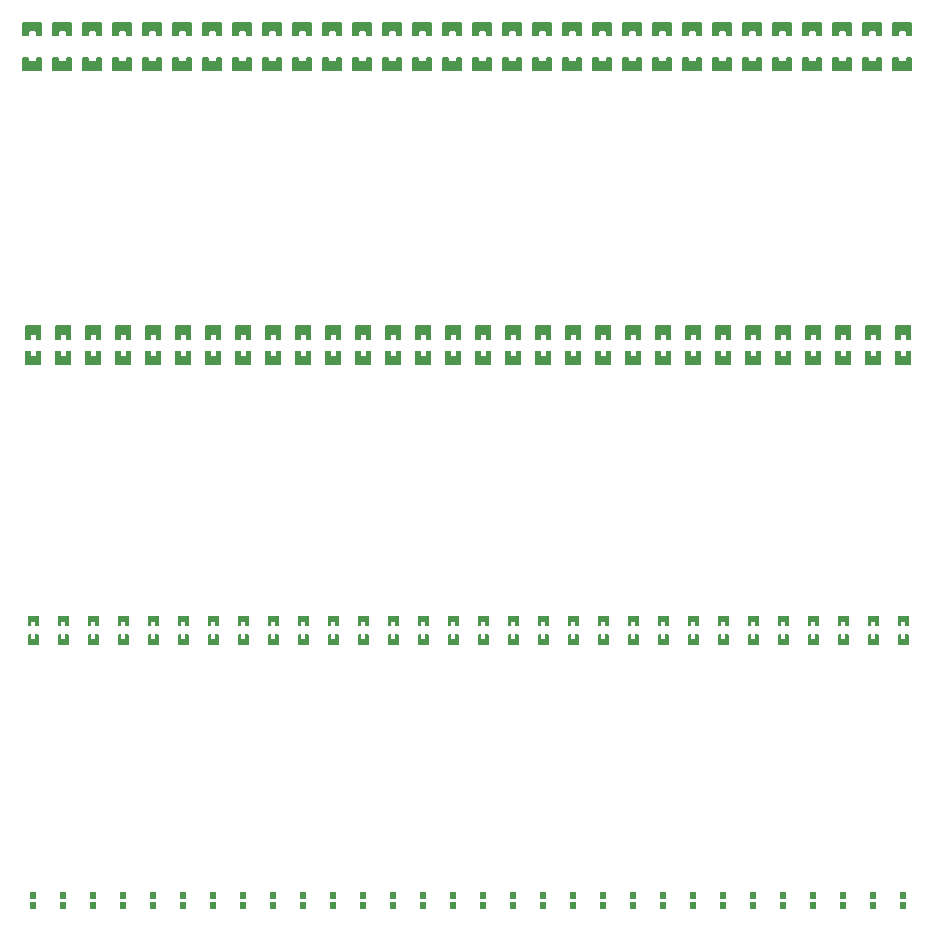
<source format=gtp>
G04 Layer: TopPasteMaskLayer*
G04 EasyEDA v6.5.22, 2023-04-04 18:07:08*
G04 a67cddfb3fce44daa9051d46cbbcc19f,10*
G04 Gerber Generator version 0.2*
G04 Scale: 100 percent, Rotated: No, Reflected: No *
G04 Dimensions in inches *
G04 leading zeros omitted , absolute positions ,3 integer and 6 decimal *
%FSLAX36Y36*%
%MOIN*%

%ADD10C,0.0001*%

%LPD*%
G36*
X527960Y2420080D02*
G01*
X525980Y2418100D01*
X525980Y2372820D01*
X527960Y2370860D01*
X544480Y2371060D01*
X544480Y2388380D01*
X562200Y2388380D01*
X562200Y2370660D01*
X578340Y2370860D01*
X580320Y2372820D01*
X580320Y2418100D01*
X578340Y2420080D01*
G37*
G36*
X527960Y2335420D02*
G01*
X525980Y2333460D01*
X525980Y2288180D01*
X527960Y2286220D01*
X578340Y2286220D01*
X580320Y2288180D01*
X580320Y2333460D01*
X578340Y2335420D01*
X562200Y2335220D01*
X562200Y2317900D01*
X544480Y2317900D01*
X544480Y2335420D01*
G37*
G36*
X627960Y2420080D02*
G01*
X625980Y2418100D01*
X625980Y2372820D01*
X627960Y2370860D01*
X644479Y2371060D01*
X644479Y2388380D01*
X662200Y2388380D01*
X662200Y2370660D01*
X678340Y2370860D01*
X680320Y2372820D01*
X680320Y2418100D01*
X678340Y2420080D01*
G37*
G36*
X627960Y2335420D02*
G01*
X625980Y2333460D01*
X625980Y2288180D01*
X627960Y2286220D01*
X678340Y2286220D01*
X680320Y2288180D01*
X680320Y2333460D01*
X678340Y2335420D01*
X662200Y2335220D01*
X662200Y2317900D01*
X644479Y2317900D01*
X644479Y2335420D01*
G37*
G36*
X727960Y2420080D02*
G01*
X725980Y2418100D01*
X725980Y2372820D01*
X727960Y2370860D01*
X744479Y2371060D01*
X744479Y2388380D01*
X762200Y2388380D01*
X762200Y2370660D01*
X778340Y2370860D01*
X780320Y2372820D01*
X780320Y2418100D01*
X778340Y2420080D01*
G37*
G36*
X727960Y2335420D02*
G01*
X725980Y2333460D01*
X725980Y2288180D01*
X727960Y2286220D01*
X778340Y2286220D01*
X780320Y2288180D01*
X780320Y2333460D01*
X778340Y2335420D01*
X762200Y2335220D01*
X762200Y2317900D01*
X744479Y2317900D01*
X744479Y2335420D01*
G37*
G36*
X827940Y2420080D02*
G01*
X825980Y2418100D01*
X825980Y2372820D01*
X827940Y2370860D01*
X844479Y2371060D01*
X844479Y2388380D01*
X862200Y2388380D01*
X862200Y2370660D01*
X878340Y2370860D01*
X880320Y2372820D01*
X880320Y2418100D01*
X878340Y2420080D01*
G37*
G36*
X827940Y2335420D02*
G01*
X825980Y2333460D01*
X825980Y2288180D01*
X827940Y2286220D01*
X878340Y2286220D01*
X880320Y2288180D01*
X880320Y2333460D01*
X878340Y2335420D01*
X862200Y2335220D01*
X862200Y2317900D01*
X844479Y2317900D01*
X844479Y2335420D01*
G37*
G36*
X927940Y2420080D02*
G01*
X925980Y2418100D01*
X925980Y2372820D01*
X927940Y2370860D01*
X944479Y2371060D01*
X944479Y2388380D01*
X962200Y2388380D01*
X962200Y2370660D01*
X978340Y2370860D01*
X980320Y2372820D01*
X980320Y2418100D01*
X978340Y2420080D01*
G37*
G36*
X927940Y2335420D02*
G01*
X925980Y2333460D01*
X925980Y2288180D01*
X927940Y2286220D01*
X978340Y2286220D01*
X980320Y2288180D01*
X980320Y2333460D01*
X978340Y2335420D01*
X962200Y2335220D01*
X962200Y2317900D01*
X944479Y2317900D01*
X944479Y2335420D01*
G37*
G36*
X1027940Y2420080D02*
G01*
X1025980Y2418100D01*
X1025980Y2372820D01*
X1027940Y2370860D01*
X1044479Y2371060D01*
X1044479Y2388380D01*
X1062200Y2388380D01*
X1062200Y2370660D01*
X1078340Y2370860D01*
X1080320Y2372820D01*
X1080320Y2418100D01*
X1078340Y2420080D01*
G37*
G36*
X1027940Y2335420D02*
G01*
X1025980Y2333460D01*
X1025980Y2288180D01*
X1027940Y2286220D01*
X1078340Y2286220D01*
X1080320Y2288180D01*
X1080320Y2333460D01*
X1078340Y2335420D01*
X1062200Y2335220D01*
X1062200Y2317900D01*
X1044479Y2317900D01*
X1044479Y2335420D01*
G37*
G36*
X1127940Y2420080D02*
G01*
X1125980Y2418100D01*
X1125980Y2372820D01*
X1127940Y2370860D01*
X1144480Y2371060D01*
X1144480Y2388380D01*
X1162200Y2388380D01*
X1162200Y2370660D01*
X1178340Y2370860D01*
X1180320Y2372820D01*
X1180320Y2418100D01*
X1178340Y2420080D01*
G37*
G36*
X1127940Y2335420D02*
G01*
X1125980Y2333460D01*
X1125980Y2288180D01*
X1127940Y2286220D01*
X1178340Y2286220D01*
X1180320Y2288180D01*
X1180320Y2333460D01*
X1178340Y2335420D01*
X1162200Y2335220D01*
X1162200Y2317900D01*
X1144480Y2317900D01*
X1144480Y2335420D01*
G37*
G36*
X1227940Y2420080D02*
G01*
X1225980Y2418100D01*
X1225980Y2372820D01*
X1227940Y2370860D01*
X1244480Y2371060D01*
X1244480Y2388380D01*
X1262200Y2388380D01*
X1262200Y2370660D01*
X1278340Y2370860D01*
X1280320Y2372820D01*
X1280320Y2418100D01*
X1278340Y2420080D01*
G37*
G36*
X1227940Y2335420D02*
G01*
X1225980Y2333460D01*
X1225980Y2288180D01*
X1227940Y2286220D01*
X1278340Y2286220D01*
X1280320Y2288180D01*
X1280320Y2333460D01*
X1278340Y2335420D01*
X1262200Y2335220D01*
X1262200Y2317900D01*
X1244480Y2317900D01*
X1244480Y2335420D01*
G37*
G36*
X1327940Y2420080D02*
G01*
X1325980Y2418100D01*
X1325980Y2372820D01*
X1327940Y2370860D01*
X1344480Y2371060D01*
X1344480Y2388380D01*
X1362200Y2388380D01*
X1362200Y2370660D01*
X1378340Y2370860D01*
X1380300Y2372820D01*
X1380300Y2418100D01*
X1378340Y2420080D01*
G37*
G36*
X1327940Y2335420D02*
G01*
X1325980Y2333460D01*
X1325980Y2288180D01*
X1327940Y2286220D01*
X1378340Y2286220D01*
X1380300Y2288180D01*
X1380300Y2333460D01*
X1378340Y2335420D01*
X1362200Y2335220D01*
X1362200Y2317900D01*
X1344480Y2317900D01*
X1344480Y2335420D01*
G37*
G36*
X1427940Y2420080D02*
G01*
X1425980Y2418100D01*
X1425980Y2372820D01*
X1427940Y2370860D01*
X1444480Y2371060D01*
X1444480Y2388380D01*
X1462200Y2388380D01*
X1462200Y2370660D01*
X1478340Y2370860D01*
X1480300Y2372820D01*
X1480300Y2418100D01*
X1478340Y2420080D01*
G37*
G36*
X1427940Y2335420D02*
G01*
X1425980Y2333460D01*
X1425980Y2288180D01*
X1427940Y2286220D01*
X1478340Y2286220D01*
X1480300Y2288180D01*
X1480300Y2333460D01*
X1478340Y2335420D01*
X1462200Y2335220D01*
X1462200Y2317900D01*
X1444480Y2317900D01*
X1444480Y2335420D01*
G37*
G36*
X1527940Y2420080D02*
G01*
X1525980Y2418100D01*
X1525980Y2372820D01*
X1527940Y2370860D01*
X1544480Y2371060D01*
X1544480Y2388380D01*
X1562200Y2388380D01*
X1562200Y2370660D01*
X1578340Y2370860D01*
X1580300Y2372820D01*
X1580300Y2418100D01*
X1578340Y2420080D01*
G37*
G36*
X1527940Y2335420D02*
G01*
X1525980Y2333460D01*
X1525980Y2288180D01*
X1527940Y2286220D01*
X1578340Y2286220D01*
X1580300Y2288180D01*
X1580300Y2333460D01*
X1578340Y2335420D01*
X1562200Y2335220D01*
X1562200Y2317900D01*
X1544480Y2317900D01*
X1544480Y2335420D01*
G37*
G36*
X1627940Y2420080D02*
G01*
X1625980Y2418100D01*
X1625980Y2372820D01*
X1627940Y2370860D01*
X1644480Y2371060D01*
X1644480Y2388380D01*
X1662200Y2388380D01*
X1662200Y2370660D01*
X1678340Y2370860D01*
X1680300Y2372820D01*
X1680300Y2418100D01*
X1678340Y2420080D01*
G37*
G36*
X1627940Y2335420D02*
G01*
X1625980Y2333460D01*
X1625980Y2288180D01*
X1627940Y2286220D01*
X1678340Y2286220D01*
X1680300Y2288180D01*
X1680300Y2333460D01*
X1678340Y2335420D01*
X1662200Y2335220D01*
X1662200Y2317900D01*
X1644480Y2317900D01*
X1644480Y2335420D01*
G37*
G36*
X1727940Y2420080D02*
G01*
X1725980Y2418100D01*
X1725980Y2372820D01*
X1727940Y2370860D01*
X1744480Y2371060D01*
X1744480Y2388380D01*
X1762200Y2388380D01*
X1762200Y2370660D01*
X1778340Y2370860D01*
X1780300Y2372820D01*
X1780300Y2418100D01*
X1778340Y2420080D01*
G37*
G36*
X1727940Y2335420D02*
G01*
X1725980Y2333460D01*
X1725980Y2288180D01*
X1727940Y2286220D01*
X1778340Y2286220D01*
X1780300Y2288180D01*
X1780300Y2333460D01*
X1778340Y2335420D01*
X1762200Y2335220D01*
X1762200Y2317900D01*
X1744480Y2317900D01*
X1744480Y2335420D01*
G37*
G36*
X1827940Y2420080D02*
G01*
X1825980Y2418100D01*
X1825980Y2372820D01*
X1827940Y2370860D01*
X1844480Y2371060D01*
X1844480Y2388380D01*
X1862200Y2388380D01*
X1862200Y2370660D01*
X1878340Y2370860D01*
X1880300Y2372820D01*
X1880300Y2418100D01*
X1878340Y2420080D01*
G37*
G36*
X1827940Y2335420D02*
G01*
X1825980Y2333460D01*
X1825980Y2288180D01*
X1827940Y2286220D01*
X1878340Y2286220D01*
X1880300Y2288180D01*
X1880300Y2333460D01*
X1878340Y2335420D01*
X1862200Y2335220D01*
X1862200Y2317900D01*
X1844480Y2317900D01*
X1844480Y2335420D01*
G37*
G36*
X1927940Y2420080D02*
G01*
X1925980Y2418100D01*
X1925980Y2372820D01*
X1927940Y2370860D01*
X1944480Y2371060D01*
X1944480Y2388380D01*
X1962200Y2388380D01*
X1962200Y2370660D01*
X1978340Y2370860D01*
X1980300Y2372820D01*
X1980300Y2418100D01*
X1978340Y2420080D01*
G37*
G36*
X1927940Y2335420D02*
G01*
X1925980Y2333460D01*
X1925980Y2288180D01*
X1927940Y2286220D01*
X1978340Y2286220D01*
X1980300Y2288180D01*
X1980300Y2333460D01*
X1978340Y2335420D01*
X1962200Y2335220D01*
X1962200Y2317900D01*
X1944480Y2317900D01*
X1944480Y2335420D01*
G37*
G36*
X2027940Y2420080D02*
G01*
X2025980Y2418100D01*
X2025980Y2372820D01*
X2027940Y2370860D01*
X2044480Y2371060D01*
X2044480Y2388380D01*
X2062200Y2388380D01*
X2062200Y2370660D01*
X2078340Y2370860D01*
X2080300Y2372820D01*
X2080300Y2418100D01*
X2078340Y2420080D01*
G37*
G36*
X2027940Y2335420D02*
G01*
X2025980Y2333460D01*
X2025980Y2288180D01*
X2027940Y2286220D01*
X2078340Y2286220D01*
X2080300Y2288180D01*
X2080300Y2333460D01*
X2078340Y2335420D01*
X2062200Y2335220D01*
X2062200Y2317900D01*
X2044480Y2317900D01*
X2044480Y2335420D01*
G37*
G36*
X2127940Y2420080D02*
G01*
X2125980Y2418100D01*
X2125980Y2372820D01*
X2127940Y2370860D01*
X2144480Y2371060D01*
X2144480Y2388380D01*
X2162200Y2388380D01*
X2162200Y2370660D01*
X2178340Y2370860D01*
X2180300Y2372820D01*
X2180300Y2418100D01*
X2178340Y2420080D01*
G37*
G36*
X2127940Y2335420D02*
G01*
X2125980Y2333460D01*
X2125980Y2288180D01*
X2127940Y2286220D01*
X2178340Y2286220D01*
X2180300Y2288180D01*
X2180300Y2333460D01*
X2178340Y2335420D01*
X2162200Y2335220D01*
X2162200Y2317900D01*
X2144480Y2317900D01*
X2144480Y2335420D01*
G37*
G36*
X2227940Y2420080D02*
G01*
X2225980Y2418100D01*
X2225980Y2372820D01*
X2227940Y2370860D01*
X2244480Y2371060D01*
X2244480Y2388380D01*
X2262200Y2388380D01*
X2262200Y2370660D01*
X2278340Y2370860D01*
X2280300Y2372820D01*
X2280300Y2418100D01*
X2278340Y2420080D01*
G37*
G36*
X2227940Y2335420D02*
G01*
X2225980Y2333460D01*
X2225980Y2288180D01*
X2227940Y2286220D01*
X2278340Y2286220D01*
X2280300Y2288180D01*
X2280300Y2333460D01*
X2278340Y2335420D01*
X2262200Y2335220D01*
X2262200Y2317900D01*
X2244480Y2317900D01*
X2244480Y2335420D01*
G37*
G36*
X2327940Y2420080D02*
G01*
X2325980Y2418100D01*
X2325980Y2372820D01*
X2327940Y2370860D01*
X2344480Y2371060D01*
X2344480Y2388380D01*
X2362200Y2388380D01*
X2362200Y2370660D01*
X2378340Y2370860D01*
X2380300Y2372820D01*
X2380300Y2418100D01*
X2378340Y2420080D01*
G37*
G36*
X2327940Y2335420D02*
G01*
X2325980Y2333460D01*
X2325980Y2288180D01*
X2327940Y2286220D01*
X2378340Y2286220D01*
X2380300Y2288180D01*
X2380300Y2333460D01*
X2378340Y2335420D01*
X2362200Y2335220D01*
X2362200Y2317900D01*
X2344480Y2317900D01*
X2344480Y2335420D01*
G37*
G36*
X2427940Y2420080D02*
G01*
X2425980Y2418100D01*
X2425980Y2372820D01*
X2427940Y2370860D01*
X2444480Y2371060D01*
X2444480Y2388380D01*
X2462200Y2388380D01*
X2462200Y2370660D01*
X2478340Y2370860D01*
X2480300Y2372820D01*
X2480300Y2418100D01*
X2478340Y2420080D01*
G37*
G36*
X2427940Y2335420D02*
G01*
X2425980Y2333460D01*
X2425980Y2288180D01*
X2427940Y2286220D01*
X2478340Y2286220D01*
X2480300Y2288180D01*
X2480300Y2333460D01*
X2478340Y2335420D01*
X2462200Y2335220D01*
X2462200Y2317900D01*
X2444480Y2317900D01*
X2444480Y2335420D01*
G37*
G36*
X2527940Y2420080D02*
G01*
X2525980Y2418100D01*
X2525980Y2372820D01*
X2527940Y2370860D01*
X2544480Y2371060D01*
X2544480Y2388380D01*
X2562200Y2388380D01*
X2562200Y2370660D01*
X2578340Y2370860D01*
X2580299Y2372820D01*
X2580299Y2418100D01*
X2578340Y2420080D01*
G37*
G36*
X2527940Y2335420D02*
G01*
X2525980Y2333460D01*
X2525980Y2288180D01*
X2527940Y2286220D01*
X2578340Y2286220D01*
X2580299Y2288180D01*
X2580299Y2333460D01*
X2578340Y2335420D01*
X2562200Y2335220D01*
X2562200Y2317900D01*
X2544480Y2317900D01*
X2544480Y2335420D01*
G37*
G36*
X2627940Y2420080D02*
G01*
X2625980Y2418100D01*
X2625980Y2372820D01*
X2627940Y2370860D01*
X2644480Y2371060D01*
X2644480Y2388380D01*
X2662200Y2388380D01*
X2662200Y2370660D01*
X2678340Y2370860D01*
X2680299Y2372820D01*
X2680299Y2418100D01*
X2678340Y2420080D01*
G37*
G36*
X2627940Y2335420D02*
G01*
X2625980Y2333460D01*
X2625980Y2288180D01*
X2627940Y2286220D01*
X2678340Y2286220D01*
X2680299Y2288180D01*
X2680299Y2333460D01*
X2678340Y2335420D01*
X2662200Y2335220D01*
X2662200Y2317900D01*
X2644480Y2317900D01*
X2644480Y2335420D01*
G37*
G36*
X2727940Y2420080D02*
G01*
X2725980Y2418100D01*
X2725980Y2372820D01*
X2727940Y2370860D01*
X2744480Y2371060D01*
X2744480Y2388380D01*
X2762200Y2388380D01*
X2762200Y2370660D01*
X2778340Y2370860D01*
X2780299Y2372820D01*
X2780299Y2418100D01*
X2778340Y2420080D01*
G37*
G36*
X2727940Y2335420D02*
G01*
X2725980Y2333460D01*
X2725980Y2288180D01*
X2727940Y2286220D01*
X2778340Y2286220D01*
X2780299Y2288180D01*
X2780299Y2333460D01*
X2778340Y2335420D01*
X2762200Y2335220D01*
X2762200Y2317900D01*
X2744480Y2317900D01*
X2744480Y2335420D01*
G37*
G36*
X2827940Y2420080D02*
G01*
X2825980Y2418100D01*
X2825980Y2372820D01*
X2827940Y2370860D01*
X2844480Y2371060D01*
X2844480Y2388380D01*
X2862200Y2388380D01*
X2862200Y2370660D01*
X2878340Y2370860D01*
X2880299Y2372820D01*
X2880299Y2418100D01*
X2878340Y2420080D01*
G37*
G36*
X2827940Y2335420D02*
G01*
X2825980Y2333460D01*
X2825980Y2288180D01*
X2827940Y2286220D01*
X2878340Y2286220D01*
X2880299Y2288180D01*
X2880299Y2333460D01*
X2878340Y2335420D01*
X2862200Y2335220D01*
X2862200Y2317900D01*
X2844480Y2317900D01*
X2844480Y2335420D01*
G37*
G36*
X2927940Y2420080D02*
G01*
X2925980Y2418100D01*
X2925980Y2372820D01*
X2927940Y2370860D01*
X2944480Y2371060D01*
X2944480Y2388380D01*
X2962200Y2388380D01*
X2962200Y2370660D01*
X2978340Y2370860D01*
X2980299Y2372820D01*
X2980299Y2418100D01*
X2978340Y2420080D01*
G37*
G36*
X2927940Y2335420D02*
G01*
X2925980Y2333460D01*
X2925980Y2288180D01*
X2927940Y2286220D01*
X2978340Y2286220D01*
X2980299Y2288180D01*
X2980299Y2333460D01*
X2978340Y2335420D01*
X2962200Y2335220D01*
X2962200Y2317900D01*
X2944480Y2317900D01*
X2944480Y2335420D01*
G37*
G36*
X3027940Y2420080D02*
G01*
X3025980Y2418100D01*
X3025980Y2372820D01*
X3027940Y2370860D01*
X3044480Y2371060D01*
X3044480Y2388380D01*
X3062200Y2388380D01*
X3062200Y2370660D01*
X3078340Y2370860D01*
X3080299Y2372820D01*
X3080299Y2418100D01*
X3078340Y2420080D01*
G37*
G36*
X3027940Y2335420D02*
G01*
X3025980Y2333460D01*
X3025980Y2288180D01*
X3027940Y2286220D01*
X3078340Y2286220D01*
X3080299Y2288180D01*
X3080299Y2333460D01*
X3078340Y2335420D01*
X3062200Y2335220D01*
X3062200Y2317900D01*
X3044480Y2317900D01*
X3044480Y2335420D01*
G37*
G36*
X3127940Y2420080D02*
G01*
X3125980Y2418100D01*
X3125980Y2372820D01*
X3127940Y2370860D01*
X3144480Y2371060D01*
X3144480Y2388380D01*
X3162200Y2388380D01*
X3162200Y2370660D01*
X3178340Y2370860D01*
X3180299Y2372820D01*
X3180299Y2418100D01*
X3178340Y2420080D01*
G37*
G36*
X3127940Y2335420D02*
G01*
X3125980Y2333460D01*
X3125980Y2288180D01*
X3127940Y2286220D01*
X3178340Y2286220D01*
X3180299Y2288180D01*
X3180299Y2333460D01*
X3178340Y2335420D01*
X3162200Y2335220D01*
X3162200Y2317900D01*
X3144480Y2317900D01*
X3144480Y2335420D01*
G37*
G36*
X3227940Y2420080D02*
G01*
X3225980Y2418100D01*
X3225980Y2372820D01*
X3227940Y2370860D01*
X3244480Y2371060D01*
X3244480Y2388380D01*
X3262200Y2388380D01*
X3262200Y2370660D01*
X3278340Y2370860D01*
X3280299Y2372820D01*
X3280299Y2418100D01*
X3278340Y2420080D01*
G37*
G36*
X3227940Y2335420D02*
G01*
X3225980Y2333460D01*
X3225980Y2288180D01*
X3227940Y2286220D01*
X3278340Y2286220D01*
X3280299Y2288180D01*
X3280299Y2333460D01*
X3278340Y2335420D01*
X3262200Y2335220D01*
X3262200Y2317900D01*
X3244480Y2317900D01*
X3244480Y2335420D01*
G37*
G36*
X3327940Y2420080D02*
G01*
X3325980Y2418100D01*
X3325980Y2372820D01*
X3327940Y2370860D01*
X3344480Y2371060D01*
X3344480Y2388380D01*
X3362200Y2388380D01*
X3362200Y2370660D01*
X3378340Y2370860D01*
X3380299Y2372820D01*
X3380299Y2418100D01*
X3378340Y2420080D01*
G37*
G36*
X3327940Y2335420D02*
G01*
X3325980Y2333460D01*
X3325980Y2288180D01*
X3327940Y2286220D01*
X3378340Y2286220D01*
X3380299Y2288180D01*
X3380299Y2333460D01*
X3378340Y2335420D01*
X3362200Y2335220D01*
X3362200Y2317900D01*
X3344480Y2317900D01*
X3344480Y2335420D01*
G37*
G36*
X3427940Y2420080D02*
G01*
X3425980Y2418100D01*
X3425980Y2372820D01*
X3427940Y2370860D01*
X3444480Y2371060D01*
X3444480Y2388380D01*
X3462200Y2388380D01*
X3462200Y2370660D01*
X3478340Y2370860D01*
X3480299Y2372820D01*
X3480299Y2418100D01*
X3478340Y2420080D01*
G37*
G36*
X3427940Y2335420D02*
G01*
X3425980Y2333460D01*
X3425980Y2288180D01*
X3427940Y2286220D01*
X3478340Y2286220D01*
X3480299Y2288180D01*
X3480299Y2333460D01*
X3478340Y2335420D01*
X3462200Y2335220D01*
X3462200Y2317900D01*
X3444480Y2317900D01*
X3444480Y2335420D01*
G37*
G36*
X537400Y1389560D02*
G01*
X535440Y1387600D01*
X535440Y1356100D01*
X537400Y1354120D01*
X568900Y1354120D01*
X570860Y1356100D01*
X570860Y1387600D01*
X568900Y1389560D01*
X559920Y1389560D01*
X559920Y1375000D01*
X546920Y1375000D01*
X546920Y1389560D01*
G37*
G36*
X537400Y1452160D02*
G01*
X535440Y1450200D01*
X535440Y1419079D01*
X537400Y1417120D01*
X546920Y1417120D01*
X546920Y1432080D01*
X559920Y1432080D01*
X559920Y1417120D01*
X568900Y1417120D01*
X570860Y1419079D01*
X570860Y1450200D01*
X568900Y1452160D01*
G37*
G36*
X637400Y1389560D02*
G01*
X635440Y1387600D01*
X635440Y1356100D01*
X637400Y1354120D01*
X668900Y1354120D01*
X670860Y1356100D01*
X670860Y1387600D01*
X668900Y1389560D01*
X659920Y1389560D01*
X659920Y1375000D01*
X646919Y1375000D01*
X646919Y1389560D01*
G37*
G36*
X637400Y1452160D02*
G01*
X635440Y1450200D01*
X635440Y1419079D01*
X637400Y1417120D01*
X646919Y1417120D01*
X646919Y1432080D01*
X659920Y1432080D01*
X659920Y1417120D01*
X668900Y1417120D01*
X670860Y1419079D01*
X670860Y1450200D01*
X668900Y1452160D01*
G37*
G36*
X737400Y1389560D02*
G01*
X735440Y1387600D01*
X735440Y1356100D01*
X737400Y1354120D01*
X768900Y1354120D01*
X770860Y1356100D01*
X770860Y1387600D01*
X768900Y1389560D01*
X759920Y1389560D01*
X759920Y1375000D01*
X746919Y1375000D01*
X746919Y1389560D01*
G37*
G36*
X737400Y1452160D02*
G01*
X735440Y1450200D01*
X735440Y1419079D01*
X737400Y1417120D01*
X746919Y1417120D01*
X746919Y1432080D01*
X759920Y1432080D01*
X759920Y1417120D01*
X768900Y1417120D01*
X770860Y1419079D01*
X770860Y1450200D01*
X768900Y1452160D01*
G37*
G36*
X837400Y1389560D02*
G01*
X835420Y1387600D01*
X835420Y1356100D01*
X837400Y1354120D01*
X868900Y1354120D01*
X870860Y1356100D01*
X870860Y1387600D01*
X868900Y1389560D01*
X859920Y1389560D01*
X859920Y1375000D01*
X846919Y1375000D01*
X846919Y1389560D01*
G37*
G36*
X837400Y1452160D02*
G01*
X835420Y1450200D01*
X835420Y1419079D01*
X837400Y1417120D01*
X846919Y1417120D01*
X846919Y1432080D01*
X859920Y1432080D01*
X859920Y1417120D01*
X868900Y1417120D01*
X870860Y1419079D01*
X870860Y1450200D01*
X868900Y1452160D01*
G37*
G36*
X937400Y1389560D02*
G01*
X935420Y1387600D01*
X935420Y1356100D01*
X937400Y1354120D01*
X968900Y1354120D01*
X970860Y1356100D01*
X970860Y1387600D01*
X968900Y1389560D01*
X959920Y1389560D01*
X959920Y1375000D01*
X946919Y1375000D01*
X946919Y1389560D01*
G37*
G36*
X937400Y1452160D02*
G01*
X935420Y1450200D01*
X935420Y1419079D01*
X937400Y1417120D01*
X946919Y1417120D01*
X946919Y1432080D01*
X959920Y1432080D01*
X959920Y1417120D01*
X968900Y1417120D01*
X970860Y1419079D01*
X970860Y1450200D01*
X968900Y1452160D01*
G37*
G36*
X1037400Y1389560D02*
G01*
X1035420Y1387600D01*
X1035420Y1356100D01*
X1037400Y1354120D01*
X1068900Y1354120D01*
X1070860Y1356100D01*
X1070860Y1387600D01*
X1068900Y1389560D01*
X1059920Y1389560D01*
X1059920Y1375000D01*
X1046919Y1375000D01*
X1046919Y1389560D01*
G37*
G36*
X1037400Y1452160D02*
G01*
X1035420Y1450200D01*
X1035420Y1419079D01*
X1037400Y1417120D01*
X1046919Y1417120D01*
X1046919Y1432080D01*
X1059920Y1432080D01*
X1059920Y1417120D01*
X1068900Y1417120D01*
X1070860Y1419079D01*
X1070860Y1450200D01*
X1068900Y1452160D01*
G37*
G36*
X1137400Y1389560D02*
G01*
X1135420Y1387600D01*
X1135420Y1356100D01*
X1137400Y1354120D01*
X1168900Y1354120D01*
X1170860Y1356100D01*
X1170860Y1387600D01*
X1168900Y1389560D01*
X1159920Y1389560D01*
X1159920Y1375000D01*
X1146920Y1375000D01*
X1146920Y1389560D01*
G37*
G36*
X1137400Y1452160D02*
G01*
X1135420Y1450200D01*
X1135420Y1419079D01*
X1137400Y1417120D01*
X1146920Y1417120D01*
X1146920Y1432080D01*
X1159920Y1432080D01*
X1159920Y1417120D01*
X1168900Y1417120D01*
X1170860Y1419079D01*
X1170860Y1450200D01*
X1168900Y1452160D01*
G37*
G36*
X1237400Y1389560D02*
G01*
X1235420Y1387600D01*
X1235420Y1356100D01*
X1237400Y1354120D01*
X1268900Y1354120D01*
X1270860Y1356100D01*
X1270860Y1387600D01*
X1268900Y1389560D01*
X1259920Y1389560D01*
X1259920Y1375000D01*
X1246920Y1375000D01*
X1246920Y1389560D01*
G37*
G36*
X1237400Y1452160D02*
G01*
X1235420Y1450200D01*
X1235420Y1419079D01*
X1237400Y1417120D01*
X1246920Y1417120D01*
X1246920Y1432080D01*
X1259920Y1432080D01*
X1259920Y1417120D01*
X1268900Y1417120D01*
X1270860Y1419079D01*
X1270860Y1450200D01*
X1268900Y1452160D01*
G37*
G36*
X1337400Y1389560D02*
G01*
X1335420Y1387600D01*
X1335420Y1356100D01*
X1337400Y1354120D01*
X1368899Y1354120D01*
X1370860Y1356100D01*
X1370860Y1387600D01*
X1368899Y1389560D01*
X1359920Y1389560D01*
X1359920Y1375000D01*
X1346920Y1375000D01*
X1346920Y1389560D01*
G37*
G36*
X1337400Y1452160D02*
G01*
X1335420Y1450200D01*
X1335420Y1419079D01*
X1337400Y1417120D01*
X1346920Y1417120D01*
X1346920Y1432080D01*
X1359920Y1432080D01*
X1359920Y1417120D01*
X1368899Y1417120D01*
X1370860Y1419079D01*
X1370860Y1450200D01*
X1368899Y1452160D01*
G37*
G36*
X1437400Y1389560D02*
G01*
X1435420Y1387600D01*
X1435420Y1356100D01*
X1437400Y1354120D01*
X1468899Y1354120D01*
X1470860Y1356100D01*
X1470860Y1387600D01*
X1468899Y1389560D01*
X1459920Y1389560D01*
X1459920Y1375000D01*
X1446920Y1375000D01*
X1446920Y1389560D01*
G37*
G36*
X1437400Y1452160D02*
G01*
X1435420Y1450200D01*
X1435420Y1419079D01*
X1437400Y1417120D01*
X1446920Y1417120D01*
X1446920Y1432080D01*
X1459920Y1432080D01*
X1459920Y1417120D01*
X1468899Y1417120D01*
X1470860Y1419079D01*
X1470860Y1450200D01*
X1468899Y1452160D01*
G37*
G36*
X1537400Y1389560D02*
G01*
X1535420Y1387600D01*
X1535420Y1356100D01*
X1537400Y1354120D01*
X1568899Y1354120D01*
X1570860Y1356100D01*
X1570860Y1387600D01*
X1568899Y1389560D01*
X1559920Y1389560D01*
X1559920Y1375000D01*
X1546920Y1375000D01*
X1546920Y1389560D01*
G37*
G36*
X1537400Y1452160D02*
G01*
X1535420Y1450200D01*
X1535420Y1419079D01*
X1537400Y1417120D01*
X1546920Y1417120D01*
X1546920Y1432080D01*
X1559920Y1432080D01*
X1559920Y1417120D01*
X1568899Y1417120D01*
X1570860Y1419079D01*
X1570860Y1450200D01*
X1568899Y1452160D01*
G37*
G36*
X1637400Y1389560D02*
G01*
X1635420Y1387600D01*
X1635420Y1356100D01*
X1637400Y1354120D01*
X1668899Y1354120D01*
X1670860Y1356100D01*
X1670860Y1387600D01*
X1668899Y1389560D01*
X1659920Y1389560D01*
X1659920Y1375000D01*
X1646920Y1375000D01*
X1646920Y1389560D01*
G37*
G36*
X1637400Y1452160D02*
G01*
X1635420Y1450200D01*
X1635420Y1419079D01*
X1637400Y1417120D01*
X1646920Y1417120D01*
X1646920Y1432080D01*
X1659920Y1432080D01*
X1659920Y1417120D01*
X1668899Y1417120D01*
X1670860Y1419079D01*
X1670860Y1450200D01*
X1668899Y1452160D01*
G37*
G36*
X1737400Y1389560D02*
G01*
X1735420Y1387600D01*
X1735420Y1356100D01*
X1737400Y1354120D01*
X1768899Y1354120D01*
X1770860Y1356100D01*
X1770860Y1387600D01*
X1768899Y1389560D01*
X1759920Y1389560D01*
X1759920Y1375000D01*
X1746920Y1375000D01*
X1746920Y1389560D01*
G37*
G36*
X1737400Y1452160D02*
G01*
X1735420Y1450200D01*
X1735420Y1419079D01*
X1737400Y1417120D01*
X1746920Y1417120D01*
X1746920Y1432080D01*
X1759920Y1432080D01*
X1759920Y1417120D01*
X1768899Y1417120D01*
X1770860Y1419079D01*
X1770860Y1450200D01*
X1768899Y1452160D01*
G37*
G36*
X1837400Y1389560D02*
G01*
X1835420Y1387600D01*
X1835420Y1356100D01*
X1837400Y1354120D01*
X1868899Y1354120D01*
X1870860Y1356100D01*
X1870860Y1387600D01*
X1868899Y1389560D01*
X1859920Y1389560D01*
X1859920Y1375000D01*
X1846920Y1375000D01*
X1846920Y1389560D01*
G37*
G36*
X1837400Y1452160D02*
G01*
X1835420Y1450200D01*
X1835420Y1419079D01*
X1837400Y1417120D01*
X1846920Y1417120D01*
X1846920Y1432080D01*
X1859920Y1432080D01*
X1859920Y1417120D01*
X1868899Y1417120D01*
X1870860Y1419079D01*
X1870860Y1450200D01*
X1868899Y1452160D01*
G37*
G36*
X1937400Y1389560D02*
G01*
X1935420Y1387600D01*
X1935420Y1356100D01*
X1937400Y1354120D01*
X1968899Y1354120D01*
X1970860Y1356100D01*
X1970860Y1387600D01*
X1968899Y1389560D01*
X1959920Y1389560D01*
X1959920Y1375000D01*
X1946920Y1375000D01*
X1946920Y1389560D01*
G37*
G36*
X1937400Y1452160D02*
G01*
X1935420Y1450200D01*
X1935420Y1419079D01*
X1937400Y1417120D01*
X1946920Y1417120D01*
X1946920Y1432080D01*
X1959920Y1432080D01*
X1959920Y1417120D01*
X1968899Y1417120D01*
X1970860Y1419079D01*
X1970860Y1450200D01*
X1968899Y1452160D01*
G37*
G36*
X2037400Y1389560D02*
G01*
X2035420Y1387600D01*
X2035420Y1356100D01*
X2037400Y1354120D01*
X2068899Y1354120D01*
X2070860Y1356100D01*
X2070860Y1387600D01*
X2068899Y1389560D01*
X2059920Y1389560D01*
X2059920Y1375000D01*
X2046920Y1375000D01*
X2046920Y1389560D01*
G37*
G36*
X2037400Y1452160D02*
G01*
X2035420Y1450200D01*
X2035420Y1419079D01*
X2037400Y1417120D01*
X2046920Y1417120D01*
X2046920Y1432080D01*
X2059920Y1432080D01*
X2059920Y1417120D01*
X2068899Y1417120D01*
X2070860Y1419079D01*
X2070860Y1450200D01*
X2068899Y1452160D01*
G37*
G36*
X2137400Y1389560D02*
G01*
X2135420Y1387600D01*
X2135420Y1356100D01*
X2137400Y1354120D01*
X2168900Y1354120D01*
X2170860Y1356100D01*
X2170860Y1387600D01*
X2168900Y1389560D01*
X2159920Y1389560D01*
X2159920Y1375000D01*
X2146920Y1375000D01*
X2146920Y1389560D01*
G37*
G36*
X2137400Y1452160D02*
G01*
X2135420Y1450200D01*
X2135420Y1419079D01*
X2137400Y1417120D01*
X2146920Y1417120D01*
X2146920Y1432080D01*
X2159920Y1432080D01*
X2159920Y1417120D01*
X2168900Y1417120D01*
X2170860Y1419079D01*
X2170860Y1450200D01*
X2168900Y1452160D01*
G37*
G36*
X2237400Y1389560D02*
G01*
X2235420Y1387600D01*
X2235420Y1356100D01*
X2237400Y1354120D01*
X2268900Y1354120D01*
X2270860Y1356100D01*
X2270860Y1387600D01*
X2268900Y1389560D01*
X2259920Y1389560D01*
X2259920Y1375000D01*
X2246920Y1375000D01*
X2246920Y1389560D01*
G37*
G36*
X2237400Y1452160D02*
G01*
X2235420Y1450200D01*
X2235420Y1419079D01*
X2237400Y1417120D01*
X2246920Y1417120D01*
X2246920Y1432080D01*
X2259920Y1432080D01*
X2259920Y1417120D01*
X2268900Y1417120D01*
X2270860Y1419079D01*
X2270860Y1450200D01*
X2268900Y1452160D01*
G37*
G36*
X2337400Y1389560D02*
G01*
X2335420Y1387600D01*
X2335420Y1356100D01*
X2337400Y1354120D01*
X2368900Y1354120D01*
X2370860Y1356100D01*
X2370860Y1387600D01*
X2368900Y1389560D01*
X2359920Y1389560D01*
X2359920Y1375000D01*
X2346920Y1375000D01*
X2346920Y1389560D01*
G37*
G36*
X2337400Y1452160D02*
G01*
X2335420Y1450200D01*
X2335420Y1419079D01*
X2337400Y1417120D01*
X2346920Y1417120D01*
X2346920Y1432080D01*
X2359920Y1432080D01*
X2359920Y1417120D01*
X2368900Y1417120D01*
X2370860Y1419079D01*
X2370860Y1450200D01*
X2368900Y1452160D01*
G37*
G36*
X2437400Y1389560D02*
G01*
X2435420Y1387600D01*
X2435420Y1356100D01*
X2437400Y1354120D01*
X2468900Y1354120D01*
X2470860Y1356100D01*
X2470860Y1387600D01*
X2468900Y1389560D01*
X2459920Y1389560D01*
X2459920Y1375000D01*
X2446920Y1375000D01*
X2446920Y1389560D01*
G37*
G36*
X2437400Y1452160D02*
G01*
X2435420Y1450200D01*
X2435420Y1419079D01*
X2437400Y1417120D01*
X2446920Y1417120D01*
X2446920Y1432080D01*
X2459920Y1432080D01*
X2459920Y1417120D01*
X2468900Y1417120D01*
X2470860Y1419079D01*
X2470860Y1450200D01*
X2468900Y1452160D01*
G37*
G36*
X2537400Y1389560D02*
G01*
X2535420Y1387600D01*
X2535420Y1356100D01*
X2537400Y1354120D01*
X2568900Y1354120D01*
X2570860Y1356100D01*
X2570860Y1387600D01*
X2568900Y1389560D01*
X2559920Y1389560D01*
X2559920Y1375000D01*
X2546920Y1375000D01*
X2546920Y1389560D01*
G37*
G36*
X2537400Y1452160D02*
G01*
X2535420Y1450200D01*
X2535420Y1419079D01*
X2537400Y1417120D01*
X2546920Y1417120D01*
X2546920Y1432080D01*
X2559920Y1432080D01*
X2559920Y1417120D01*
X2568900Y1417120D01*
X2570860Y1419079D01*
X2570860Y1450200D01*
X2568900Y1452160D01*
G37*
G36*
X2637400Y1389560D02*
G01*
X2635419Y1387600D01*
X2635419Y1356100D01*
X2637400Y1354120D01*
X2668900Y1354120D01*
X2670860Y1356100D01*
X2670860Y1387600D01*
X2668900Y1389560D01*
X2659920Y1389560D01*
X2659920Y1375000D01*
X2646920Y1375000D01*
X2646920Y1389560D01*
G37*
G36*
X2637400Y1452160D02*
G01*
X2635419Y1450200D01*
X2635419Y1419079D01*
X2637400Y1417120D01*
X2646920Y1417120D01*
X2646920Y1432080D01*
X2659920Y1432080D01*
X2659920Y1417120D01*
X2668900Y1417120D01*
X2670860Y1419079D01*
X2670860Y1450200D01*
X2668900Y1452160D01*
G37*
G36*
X2737400Y1389560D02*
G01*
X2735419Y1387600D01*
X2735419Y1356100D01*
X2737400Y1354120D01*
X2768900Y1354120D01*
X2770860Y1356100D01*
X2770860Y1387600D01*
X2768900Y1389560D01*
X2759920Y1389560D01*
X2759920Y1375000D01*
X2746920Y1375000D01*
X2746920Y1389560D01*
G37*
G36*
X2737400Y1452160D02*
G01*
X2735419Y1450200D01*
X2735419Y1419079D01*
X2737400Y1417120D01*
X2746920Y1417120D01*
X2746920Y1432080D01*
X2759920Y1432080D01*
X2759920Y1417120D01*
X2768900Y1417120D01*
X2770860Y1419079D01*
X2770860Y1450200D01*
X2768900Y1452160D01*
G37*
G36*
X2837400Y1389560D02*
G01*
X2835419Y1387600D01*
X2835419Y1356100D01*
X2837400Y1354120D01*
X2868880Y1354120D01*
X2870860Y1356100D01*
X2870860Y1387600D01*
X2868880Y1389560D01*
X2859920Y1389560D01*
X2859920Y1375000D01*
X2846920Y1375000D01*
X2846920Y1389560D01*
G37*
G36*
X2837400Y1452160D02*
G01*
X2835419Y1450200D01*
X2835419Y1419079D01*
X2837400Y1417120D01*
X2846920Y1417120D01*
X2846920Y1432080D01*
X2859920Y1432080D01*
X2859920Y1417120D01*
X2868880Y1417120D01*
X2870860Y1419079D01*
X2870860Y1450200D01*
X2868880Y1452160D01*
G37*
G36*
X2937400Y1389560D02*
G01*
X2935419Y1387600D01*
X2935419Y1356100D01*
X2937400Y1354120D01*
X2968880Y1354120D01*
X2970860Y1356100D01*
X2970860Y1387600D01*
X2968880Y1389560D01*
X2959920Y1389560D01*
X2959920Y1375000D01*
X2946920Y1375000D01*
X2946920Y1389560D01*
G37*
G36*
X2937400Y1452160D02*
G01*
X2935419Y1450200D01*
X2935419Y1419079D01*
X2937400Y1417120D01*
X2946920Y1417120D01*
X2946920Y1432080D01*
X2959920Y1432080D01*
X2959920Y1417120D01*
X2968880Y1417120D01*
X2970860Y1419079D01*
X2970860Y1450200D01*
X2968880Y1452160D01*
G37*
G36*
X3037400Y1389560D02*
G01*
X3035419Y1387600D01*
X3035419Y1356100D01*
X3037400Y1354120D01*
X3068880Y1354120D01*
X3070860Y1356100D01*
X3070860Y1387600D01*
X3068880Y1389560D01*
X3059920Y1389560D01*
X3059920Y1375000D01*
X3046920Y1375000D01*
X3046920Y1389560D01*
G37*
G36*
X3037400Y1452160D02*
G01*
X3035419Y1450200D01*
X3035419Y1419079D01*
X3037400Y1417120D01*
X3046920Y1417120D01*
X3046920Y1432080D01*
X3059920Y1432080D01*
X3059920Y1417120D01*
X3068880Y1417120D01*
X3070860Y1419079D01*
X3070860Y1450200D01*
X3068880Y1452160D01*
G37*
G36*
X3137400Y1389560D02*
G01*
X3135419Y1387600D01*
X3135419Y1356100D01*
X3137400Y1354120D01*
X3168880Y1354120D01*
X3170860Y1356100D01*
X3170860Y1387600D01*
X3168880Y1389560D01*
X3159920Y1389560D01*
X3159920Y1375000D01*
X3146920Y1375000D01*
X3146920Y1389560D01*
G37*
G36*
X3137400Y1452160D02*
G01*
X3135419Y1450200D01*
X3135419Y1419079D01*
X3137400Y1417120D01*
X3146920Y1417120D01*
X3146920Y1432080D01*
X3159920Y1432080D01*
X3159920Y1417120D01*
X3168880Y1417120D01*
X3170860Y1419079D01*
X3170860Y1450200D01*
X3168880Y1452160D01*
G37*
G36*
X3237400Y1389560D02*
G01*
X3235419Y1387600D01*
X3235419Y1356100D01*
X3237400Y1354120D01*
X3268880Y1354120D01*
X3270860Y1356100D01*
X3270860Y1387600D01*
X3268880Y1389560D01*
X3259920Y1389560D01*
X3259920Y1375000D01*
X3246920Y1375000D01*
X3246920Y1389560D01*
G37*
G36*
X3237400Y1452160D02*
G01*
X3235419Y1450200D01*
X3235419Y1419079D01*
X3237400Y1417120D01*
X3246920Y1417120D01*
X3246920Y1432080D01*
X3259920Y1432080D01*
X3259920Y1417120D01*
X3268880Y1417120D01*
X3270860Y1419079D01*
X3270860Y1450200D01*
X3268880Y1452160D01*
G37*
G36*
X3337400Y1389560D02*
G01*
X3335419Y1387600D01*
X3335419Y1356100D01*
X3337400Y1354120D01*
X3368880Y1354120D01*
X3370860Y1356100D01*
X3370860Y1387600D01*
X3368880Y1389560D01*
X3359920Y1389560D01*
X3359920Y1375000D01*
X3346920Y1375000D01*
X3346920Y1389560D01*
G37*
G36*
X3337400Y1452160D02*
G01*
X3335419Y1450200D01*
X3335419Y1419079D01*
X3337400Y1417120D01*
X3346920Y1417120D01*
X3346920Y1432080D01*
X3359920Y1432080D01*
X3359920Y1417120D01*
X3368880Y1417120D01*
X3370860Y1419079D01*
X3370860Y1450200D01*
X3368880Y1452160D01*
G37*
G36*
X3437400Y1389560D02*
G01*
X3435419Y1387600D01*
X3435419Y1356100D01*
X3437400Y1354120D01*
X3468880Y1354120D01*
X3470860Y1356100D01*
X3470860Y1387600D01*
X3468880Y1389560D01*
X3459920Y1389560D01*
X3459920Y1375000D01*
X3446920Y1375000D01*
X3446920Y1389560D01*
G37*
G36*
X3437400Y1452160D02*
G01*
X3435419Y1450200D01*
X3435419Y1419079D01*
X3437400Y1417120D01*
X3446920Y1417120D01*
X3446920Y1432080D01*
X3459920Y1432080D01*
X3459920Y1417120D01*
X3468880Y1417120D01*
X3470860Y1419079D01*
X3470860Y1450200D01*
X3468880Y1452160D01*
G37*
G36*
X544100Y497840D02*
G01*
X542520Y496260D01*
X542520Y476540D01*
X544100Y474980D01*
X562200Y474980D01*
X563780Y476540D01*
X563780Y496260D01*
X562200Y497840D01*
G37*
G36*
X544100Y531320D02*
G01*
X542520Y529740D01*
X542520Y510040D01*
X544100Y508459D01*
X562200Y508459D01*
X563780Y510040D01*
X563780Y529740D01*
X562200Y531320D01*
G37*
G36*
X644100Y497840D02*
G01*
X642520Y496260D01*
X642520Y476540D01*
X644100Y474980D01*
X662200Y474980D01*
X663780Y476540D01*
X663780Y496260D01*
X662200Y497840D01*
G37*
G36*
X644100Y531320D02*
G01*
X642520Y529740D01*
X642520Y510040D01*
X644100Y508459D01*
X662200Y508459D01*
X663780Y510040D01*
X663780Y529740D01*
X662200Y531320D01*
G37*
G36*
X744100Y497840D02*
G01*
X742520Y496260D01*
X742520Y476540D01*
X744100Y474980D01*
X762200Y474980D01*
X763780Y476540D01*
X763780Y496260D01*
X762200Y497840D01*
G37*
G36*
X744100Y531320D02*
G01*
X742520Y529740D01*
X742520Y510040D01*
X744100Y508459D01*
X762200Y508459D01*
X763780Y510040D01*
X763780Y529740D01*
X762200Y531320D01*
G37*
G36*
X844100Y497840D02*
G01*
X842520Y496260D01*
X842520Y476540D01*
X844100Y474980D01*
X862200Y474980D01*
X863780Y476540D01*
X863780Y496260D01*
X862200Y497840D01*
G37*
G36*
X844100Y531320D02*
G01*
X842520Y529740D01*
X842520Y510040D01*
X844100Y508459D01*
X862200Y508459D01*
X863780Y510040D01*
X863780Y529740D01*
X862200Y531320D01*
G37*
G36*
X944100Y497840D02*
G01*
X942520Y496260D01*
X942520Y476540D01*
X944100Y474980D01*
X962200Y474980D01*
X963780Y476540D01*
X963780Y496260D01*
X962200Y497840D01*
G37*
G36*
X944100Y531320D02*
G01*
X942520Y529740D01*
X942520Y510040D01*
X944100Y508459D01*
X962200Y508459D01*
X963780Y510040D01*
X963780Y529740D01*
X962200Y531320D01*
G37*
G36*
X1044100Y497840D02*
G01*
X1042520Y496260D01*
X1042520Y476540D01*
X1044100Y474980D01*
X1062200Y474980D01*
X1063780Y476540D01*
X1063780Y496260D01*
X1062200Y497840D01*
G37*
G36*
X1044100Y531320D02*
G01*
X1042520Y529740D01*
X1042520Y510040D01*
X1044100Y508459D01*
X1062200Y508459D01*
X1063780Y510040D01*
X1063780Y529740D01*
X1062200Y531320D01*
G37*
G36*
X1144100Y497840D02*
G01*
X1142520Y496260D01*
X1142520Y476540D01*
X1144100Y474980D01*
X1162200Y474980D01*
X1163780Y476540D01*
X1163780Y496260D01*
X1162200Y497840D01*
G37*
G36*
X1144100Y531320D02*
G01*
X1142520Y529740D01*
X1142520Y510040D01*
X1144100Y508459D01*
X1162200Y508459D01*
X1163780Y510040D01*
X1163780Y529740D01*
X1162200Y531320D01*
G37*
G36*
X1244100Y497840D02*
G01*
X1242520Y496260D01*
X1242520Y476540D01*
X1244100Y474980D01*
X1262200Y474980D01*
X1263780Y476540D01*
X1263780Y496260D01*
X1262200Y497840D01*
G37*
G36*
X1244100Y531320D02*
G01*
X1242520Y529740D01*
X1242520Y510040D01*
X1244100Y508459D01*
X1262200Y508459D01*
X1263780Y510040D01*
X1263780Y529740D01*
X1262200Y531320D01*
G37*
G36*
X1344079Y497840D02*
G01*
X1342520Y496260D01*
X1342520Y476540D01*
X1344079Y474980D01*
X1362200Y474980D01*
X1363779Y476540D01*
X1363779Y496260D01*
X1362200Y497840D01*
G37*
G36*
X1344079Y531320D02*
G01*
X1342520Y529740D01*
X1342520Y510040D01*
X1344079Y508459D01*
X1362200Y508459D01*
X1363779Y510040D01*
X1363779Y529740D01*
X1362200Y531320D01*
G37*
G36*
X1444079Y497840D02*
G01*
X1442520Y496260D01*
X1442520Y476540D01*
X1444079Y474980D01*
X1462200Y474980D01*
X1463779Y476540D01*
X1463779Y496260D01*
X1462200Y497840D01*
G37*
G36*
X1444079Y531320D02*
G01*
X1442520Y529740D01*
X1442520Y510040D01*
X1444079Y508459D01*
X1462200Y508459D01*
X1463779Y510040D01*
X1463779Y529740D01*
X1462200Y531320D01*
G37*
G36*
X1544079Y497840D02*
G01*
X1542520Y496260D01*
X1542520Y476540D01*
X1544079Y474980D01*
X1562200Y474980D01*
X1563779Y476540D01*
X1563779Y496260D01*
X1562200Y497840D01*
G37*
G36*
X1544079Y531320D02*
G01*
X1542520Y529740D01*
X1542520Y510040D01*
X1544079Y508459D01*
X1562200Y508459D01*
X1563779Y510040D01*
X1563779Y529740D01*
X1562200Y531320D01*
G37*
G36*
X1644079Y497840D02*
G01*
X1642520Y496260D01*
X1642520Y476540D01*
X1644079Y474980D01*
X1662200Y474980D01*
X1663779Y476540D01*
X1663779Y496260D01*
X1662200Y497840D01*
G37*
G36*
X1644079Y531320D02*
G01*
X1642520Y529740D01*
X1642520Y510040D01*
X1644079Y508459D01*
X1662200Y508459D01*
X1663779Y510040D01*
X1663779Y529740D01*
X1662200Y531320D01*
G37*
G36*
X1744079Y497840D02*
G01*
X1742520Y496260D01*
X1742520Y476540D01*
X1744079Y474980D01*
X1762200Y474980D01*
X1763779Y476540D01*
X1763779Y496260D01*
X1762200Y497840D01*
G37*
G36*
X1744079Y531320D02*
G01*
X1742520Y529740D01*
X1742520Y510040D01*
X1744079Y508459D01*
X1762200Y508459D01*
X1763779Y510040D01*
X1763779Y529740D01*
X1762200Y531320D01*
G37*
G36*
X1844079Y497840D02*
G01*
X1842520Y496260D01*
X1842520Y476540D01*
X1844079Y474980D01*
X1862200Y474980D01*
X1863779Y476540D01*
X1863779Y496260D01*
X1862200Y497840D01*
G37*
G36*
X1844079Y531320D02*
G01*
X1842520Y529740D01*
X1842520Y510040D01*
X1844079Y508459D01*
X1862200Y508459D01*
X1863779Y510040D01*
X1863779Y529740D01*
X1862200Y531320D01*
G37*
G36*
X1944079Y497840D02*
G01*
X1942520Y496260D01*
X1942520Y476540D01*
X1944079Y474980D01*
X1962200Y474980D01*
X1963779Y476540D01*
X1963779Y496260D01*
X1962200Y497840D01*
G37*
G36*
X1944079Y531320D02*
G01*
X1942520Y529740D01*
X1942520Y510040D01*
X1944079Y508459D01*
X1962200Y508459D01*
X1963779Y510040D01*
X1963779Y529740D01*
X1962200Y531320D01*
G37*
G36*
X2044079Y497840D02*
G01*
X2042520Y496260D01*
X2042520Y476540D01*
X2044079Y474980D01*
X2062200Y474980D01*
X2063779Y476540D01*
X2063779Y496260D01*
X2062200Y497840D01*
G37*
G36*
X2044079Y531320D02*
G01*
X2042520Y529740D01*
X2042520Y510040D01*
X2044079Y508459D01*
X2062200Y508459D01*
X2063779Y510040D01*
X2063779Y529740D01*
X2062200Y531320D01*
G37*
G36*
X2144080Y497840D02*
G01*
X2142520Y496260D01*
X2142520Y476540D01*
X2144080Y474980D01*
X2162200Y474980D01*
X2163780Y476540D01*
X2163780Y496260D01*
X2162200Y497840D01*
G37*
G36*
X2144080Y531320D02*
G01*
X2142520Y529740D01*
X2142520Y510040D01*
X2144080Y508459D01*
X2162200Y508459D01*
X2163780Y510040D01*
X2163780Y529740D01*
X2162200Y531320D01*
G37*
G36*
X2244080Y497840D02*
G01*
X2242520Y496260D01*
X2242520Y476540D01*
X2244080Y474980D01*
X2262200Y474980D01*
X2263780Y476540D01*
X2263780Y496260D01*
X2262200Y497840D01*
G37*
G36*
X2244080Y531320D02*
G01*
X2242520Y529740D01*
X2242520Y510040D01*
X2244080Y508459D01*
X2262200Y508459D01*
X2263780Y510040D01*
X2263780Y529740D01*
X2262200Y531320D01*
G37*
G36*
X2344080Y497840D02*
G01*
X2342520Y496260D01*
X2342520Y476540D01*
X2344080Y474980D01*
X2362200Y474980D01*
X2363780Y476540D01*
X2363780Y496260D01*
X2362200Y497840D01*
G37*
G36*
X2344080Y531320D02*
G01*
X2342520Y529740D01*
X2342520Y510040D01*
X2344080Y508459D01*
X2362200Y508459D01*
X2363780Y510040D01*
X2363780Y529740D01*
X2362200Y531320D01*
G37*
G36*
X2444080Y497840D02*
G01*
X2442520Y496260D01*
X2442520Y476540D01*
X2444080Y474980D01*
X2462200Y474980D01*
X2463780Y476540D01*
X2463780Y496260D01*
X2462200Y497840D01*
G37*
G36*
X2444080Y531320D02*
G01*
X2442520Y529740D01*
X2442520Y510040D01*
X2444080Y508459D01*
X2462200Y508459D01*
X2463780Y510040D01*
X2463780Y529740D01*
X2462200Y531320D01*
G37*
G36*
X2544080Y497840D02*
G01*
X2542520Y496260D01*
X2542520Y476540D01*
X2544080Y474980D01*
X2562200Y474980D01*
X2563780Y476540D01*
X2563780Y496260D01*
X2562200Y497840D01*
G37*
G36*
X2544080Y531320D02*
G01*
X2542520Y529740D01*
X2542520Y510040D01*
X2544080Y508459D01*
X2562200Y508459D01*
X2563780Y510040D01*
X2563780Y529740D01*
X2562200Y531320D01*
G37*
G36*
X2644080Y497840D02*
G01*
X2642520Y496260D01*
X2642520Y476540D01*
X2644080Y474980D01*
X2662200Y474980D01*
X2663780Y476540D01*
X2663780Y496260D01*
X2662200Y497840D01*
G37*
G36*
X2644080Y531320D02*
G01*
X2642520Y529740D01*
X2642520Y510040D01*
X2644080Y508459D01*
X2662200Y508459D01*
X2663780Y510040D01*
X2663780Y529740D01*
X2662200Y531320D01*
G37*
G36*
X2744080Y497840D02*
G01*
X2742520Y496260D01*
X2742520Y476540D01*
X2744080Y474980D01*
X2762200Y474980D01*
X2763780Y476540D01*
X2763780Y496260D01*
X2762200Y497840D01*
G37*
G36*
X2744080Y531320D02*
G01*
X2742520Y529740D01*
X2742520Y510040D01*
X2744080Y508459D01*
X2762200Y508459D01*
X2763780Y510040D01*
X2763780Y529740D01*
X2762200Y531320D01*
G37*
G36*
X2844080Y497840D02*
G01*
X2842520Y496260D01*
X2842520Y476540D01*
X2844080Y474980D01*
X2862200Y474980D01*
X2863780Y476540D01*
X2863780Y496260D01*
X2862200Y497840D01*
G37*
G36*
X2844080Y531320D02*
G01*
X2842520Y529740D01*
X2842520Y510040D01*
X2844080Y508459D01*
X2862200Y508459D01*
X2863780Y510040D01*
X2863780Y529740D01*
X2862200Y531320D01*
G37*
G36*
X2944080Y497840D02*
G01*
X2942520Y496260D01*
X2942520Y476540D01*
X2944080Y474980D01*
X2962200Y474980D01*
X2963780Y476540D01*
X2963780Y496260D01*
X2962200Y497840D01*
G37*
G36*
X2944080Y531320D02*
G01*
X2942520Y529740D01*
X2942520Y510040D01*
X2944080Y508459D01*
X2962200Y508459D01*
X2963780Y510040D01*
X2963780Y529740D01*
X2962200Y531320D01*
G37*
G36*
X3044080Y497840D02*
G01*
X3042520Y496260D01*
X3042520Y476540D01*
X3044080Y474980D01*
X3062200Y474980D01*
X3063780Y476540D01*
X3063780Y496260D01*
X3062200Y497840D01*
G37*
G36*
X3044080Y531320D02*
G01*
X3042520Y529740D01*
X3042520Y510040D01*
X3044080Y508459D01*
X3062200Y508459D01*
X3063780Y510040D01*
X3063780Y529740D01*
X3062200Y531320D01*
G37*
G36*
X3144080Y497840D02*
G01*
X3142520Y496260D01*
X3142520Y476540D01*
X3144080Y474980D01*
X3162200Y474980D01*
X3163780Y476540D01*
X3163780Y496260D01*
X3162200Y497840D01*
G37*
G36*
X3144080Y531320D02*
G01*
X3142520Y529740D01*
X3142520Y510040D01*
X3144080Y508459D01*
X3162200Y508459D01*
X3163780Y510040D01*
X3163780Y529740D01*
X3162200Y531320D01*
G37*
G36*
X3244080Y497840D02*
G01*
X3242520Y496260D01*
X3242520Y476540D01*
X3244080Y474980D01*
X3262200Y474980D01*
X3263780Y476540D01*
X3263780Y496260D01*
X3262200Y497840D01*
G37*
G36*
X3244080Y531320D02*
G01*
X3242520Y529740D01*
X3242520Y510040D01*
X3244080Y508459D01*
X3262200Y508459D01*
X3263780Y510040D01*
X3263780Y529740D01*
X3262200Y531320D01*
G37*
G36*
X3344080Y497840D02*
G01*
X3342520Y496260D01*
X3342520Y476540D01*
X3344080Y474980D01*
X3362200Y474980D01*
X3363780Y476540D01*
X3363780Y496260D01*
X3362200Y497840D01*
G37*
G36*
X3344080Y531320D02*
G01*
X3342520Y529740D01*
X3342520Y510040D01*
X3344080Y508459D01*
X3362200Y508459D01*
X3363780Y510040D01*
X3363780Y529740D01*
X3362200Y531320D01*
G37*
G36*
X3444080Y497840D02*
G01*
X3442520Y496260D01*
X3442520Y476540D01*
X3444080Y474980D01*
X3462200Y474980D01*
X3463780Y476540D01*
X3463780Y496260D01*
X3462200Y497840D01*
G37*
G36*
X3444080Y531320D02*
G01*
X3442520Y529740D01*
X3442520Y510040D01*
X3444080Y508459D01*
X3462200Y508459D01*
X3463780Y510040D01*
X3463780Y529740D01*
X3462200Y531320D01*
G37*
G36*
X520460Y3315539D02*
G01*
X516520Y3311600D01*
X516520Y3271940D01*
X520460Y3268000D01*
X579540Y3268000D01*
X583480Y3271940D01*
X583480Y3311600D01*
X579540Y3315539D01*
X565320Y3315539D01*
X561380Y3311600D01*
X561380Y3303320D01*
X557440Y3299380D01*
X542560Y3299380D01*
X538620Y3303320D01*
X538620Y3311600D01*
X534680Y3315539D01*
G37*
G36*
X520460Y3431980D02*
G01*
X516520Y3428039D01*
X516520Y3388380D01*
X520460Y3384440D01*
X534680Y3384440D01*
X538620Y3388380D01*
X538620Y3396660D01*
X542560Y3400600D01*
X557440Y3400600D01*
X561380Y3396660D01*
X561380Y3388380D01*
X565320Y3384440D01*
X579540Y3384440D01*
X583480Y3388380D01*
X583480Y3428039D01*
X579540Y3431980D01*
G37*
G36*
X620460Y3315539D02*
G01*
X616520Y3311600D01*
X616520Y3271940D01*
X620460Y3268000D01*
X679539Y3268000D01*
X683480Y3271940D01*
X683480Y3311600D01*
X679539Y3315539D01*
X665320Y3315539D01*
X661380Y3311600D01*
X661380Y3303320D01*
X657440Y3299380D01*
X642560Y3299380D01*
X638620Y3303320D01*
X638620Y3311600D01*
X634680Y3315539D01*
G37*
G36*
X620460Y3431980D02*
G01*
X616520Y3428039D01*
X616520Y3388380D01*
X620460Y3384440D01*
X634680Y3384440D01*
X638620Y3388380D01*
X638620Y3396660D01*
X642560Y3400600D01*
X657440Y3400600D01*
X661380Y3396660D01*
X661380Y3388380D01*
X665320Y3384440D01*
X679539Y3384440D01*
X683480Y3388380D01*
X683480Y3428039D01*
X679539Y3431980D01*
G37*
G36*
X720460Y3315539D02*
G01*
X716520Y3311600D01*
X716520Y3271940D01*
X720460Y3268000D01*
X779539Y3268000D01*
X783480Y3271940D01*
X783480Y3311600D01*
X779539Y3315539D01*
X765320Y3315539D01*
X761380Y3311600D01*
X761380Y3303320D01*
X757440Y3299380D01*
X742560Y3299380D01*
X738620Y3303320D01*
X738620Y3311600D01*
X734680Y3315539D01*
G37*
G36*
X720460Y3431980D02*
G01*
X716520Y3428039D01*
X716520Y3388380D01*
X720460Y3384440D01*
X734680Y3384440D01*
X738620Y3388380D01*
X738620Y3396660D01*
X742560Y3400600D01*
X757440Y3400600D01*
X761380Y3396660D01*
X761380Y3388380D01*
X765320Y3384440D01*
X779539Y3384440D01*
X783480Y3388380D01*
X783480Y3428039D01*
X779539Y3431980D01*
G37*
G36*
X820460Y3315539D02*
G01*
X816520Y3311600D01*
X816520Y3271940D01*
X820460Y3268000D01*
X879539Y3268000D01*
X883480Y3271940D01*
X883480Y3311600D01*
X879539Y3315539D01*
X865320Y3315539D01*
X861380Y3311600D01*
X861380Y3303320D01*
X857440Y3299380D01*
X842560Y3299380D01*
X838620Y3303320D01*
X838620Y3311600D01*
X834680Y3315539D01*
G37*
G36*
X820460Y3431980D02*
G01*
X816520Y3428039D01*
X816520Y3388380D01*
X820460Y3384440D01*
X834680Y3384440D01*
X838620Y3388380D01*
X838620Y3396660D01*
X842560Y3400600D01*
X857440Y3400600D01*
X861380Y3396660D01*
X861380Y3388380D01*
X865320Y3384440D01*
X879539Y3384440D01*
X883480Y3388380D01*
X883480Y3428039D01*
X879539Y3431980D01*
G37*
G36*
X920460Y3315539D02*
G01*
X916520Y3311600D01*
X916520Y3271940D01*
X920460Y3268000D01*
X979539Y3268000D01*
X983480Y3271940D01*
X983480Y3311600D01*
X979539Y3315539D01*
X965320Y3315539D01*
X961380Y3311600D01*
X961380Y3303320D01*
X957440Y3299380D01*
X942560Y3299380D01*
X938620Y3303320D01*
X938620Y3311600D01*
X934680Y3315539D01*
G37*
G36*
X920460Y3431980D02*
G01*
X916520Y3428039D01*
X916520Y3388380D01*
X920460Y3384440D01*
X934680Y3384440D01*
X938620Y3388380D01*
X938620Y3396660D01*
X942560Y3400600D01*
X957440Y3400600D01*
X961380Y3396660D01*
X961380Y3388380D01*
X965320Y3384440D01*
X979539Y3384440D01*
X983480Y3388380D01*
X983480Y3428039D01*
X979539Y3431980D01*
G37*
G36*
X1020460Y3315539D02*
G01*
X1016520Y3311600D01*
X1016520Y3271940D01*
X1020460Y3268000D01*
X1079540Y3268000D01*
X1083480Y3271940D01*
X1083480Y3311600D01*
X1079540Y3315539D01*
X1065320Y3315539D01*
X1061380Y3311600D01*
X1061380Y3303320D01*
X1057440Y3299380D01*
X1042560Y3299380D01*
X1038620Y3303320D01*
X1038620Y3311600D01*
X1034680Y3315539D01*
G37*
G36*
X1020460Y3431980D02*
G01*
X1016520Y3428039D01*
X1016520Y3388380D01*
X1020460Y3384440D01*
X1034680Y3384440D01*
X1038620Y3388380D01*
X1038620Y3396660D01*
X1042560Y3400600D01*
X1057440Y3400600D01*
X1061380Y3396660D01*
X1061380Y3388380D01*
X1065320Y3384440D01*
X1079540Y3384440D01*
X1083480Y3388380D01*
X1083480Y3428039D01*
X1079540Y3431980D01*
G37*
G36*
X1120460Y3315539D02*
G01*
X1116520Y3311600D01*
X1116520Y3271940D01*
X1120460Y3268000D01*
X1179540Y3268000D01*
X1183480Y3271940D01*
X1183480Y3311600D01*
X1179540Y3315539D01*
X1165320Y3315539D01*
X1161380Y3311600D01*
X1161380Y3303320D01*
X1157440Y3299380D01*
X1142560Y3299380D01*
X1138620Y3303320D01*
X1138620Y3311600D01*
X1134680Y3315539D01*
G37*
G36*
X1120460Y3431980D02*
G01*
X1116520Y3428039D01*
X1116520Y3388380D01*
X1120460Y3384440D01*
X1134680Y3384440D01*
X1138620Y3388380D01*
X1138620Y3396660D01*
X1142560Y3400600D01*
X1157440Y3400600D01*
X1161380Y3396660D01*
X1161380Y3388380D01*
X1165320Y3384440D01*
X1179540Y3384440D01*
X1183480Y3388380D01*
X1183480Y3428039D01*
X1179540Y3431980D01*
G37*
G36*
X1220460Y3315539D02*
G01*
X1216520Y3311600D01*
X1216520Y3271940D01*
X1220460Y3268000D01*
X1279540Y3268000D01*
X1283480Y3271940D01*
X1283480Y3311600D01*
X1279540Y3315539D01*
X1265320Y3315539D01*
X1261380Y3311600D01*
X1261380Y3303320D01*
X1257440Y3299380D01*
X1242560Y3299380D01*
X1238620Y3303320D01*
X1238620Y3311600D01*
X1234680Y3315539D01*
G37*
G36*
X1220460Y3431980D02*
G01*
X1216520Y3428039D01*
X1216520Y3388380D01*
X1220460Y3384440D01*
X1234680Y3384440D01*
X1238620Y3388380D01*
X1238620Y3396660D01*
X1242560Y3400600D01*
X1257440Y3400600D01*
X1261380Y3396660D01*
X1261380Y3388380D01*
X1265320Y3384440D01*
X1279540Y3384440D01*
X1283480Y3388380D01*
X1283480Y3428039D01*
X1279540Y3431980D01*
G37*
G36*
X1320440Y3315539D02*
G01*
X1316500Y3311600D01*
X1316500Y3271940D01*
X1320440Y3268000D01*
X1379540Y3268000D01*
X1383480Y3271940D01*
X1383480Y3311600D01*
X1379540Y3315539D01*
X1365320Y3315539D01*
X1361380Y3311600D01*
X1361380Y3303320D01*
X1357440Y3299380D01*
X1342540Y3299380D01*
X1338600Y3303320D01*
X1338600Y3311600D01*
X1334680Y3315539D01*
G37*
G36*
X1320440Y3431980D02*
G01*
X1316500Y3428039D01*
X1316500Y3388380D01*
X1320440Y3384440D01*
X1334680Y3384440D01*
X1338600Y3388380D01*
X1338600Y3396660D01*
X1342540Y3400600D01*
X1357440Y3400600D01*
X1361380Y3396660D01*
X1361380Y3388380D01*
X1365320Y3384440D01*
X1379540Y3384440D01*
X1383480Y3388380D01*
X1383480Y3428039D01*
X1379540Y3431980D01*
G37*
G36*
X1420440Y3315539D02*
G01*
X1416500Y3311600D01*
X1416500Y3271940D01*
X1420440Y3268000D01*
X1479540Y3268000D01*
X1483480Y3271940D01*
X1483480Y3311600D01*
X1479540Y3315539D01*
X1465320Y3315539D01*
X1461380Y3311600D01*
X1461380Y3303320D01*
X1457440Y3299380D01*
X1442540Y3299380D01*
X1438600Y3303320D01*
X1438600Y3311600D01*
X1434680Y3315539D01*
G37*
G36*
X1420440Y3431980D02*
G01*
X1416500Y3428039D01*
X1416500Y3388380D01*
X1420440Y3384440D01*
X1434680Y3384440D01*
X1438600Y3388380D01*
X1438600Y3396660D01*
X1442540Y3400600D01*
X1457440Y3400600D01*
X1461380Y3396660D01*
X1461380Y3388380D01*
X1465320Y3384440D01*
X1479540Y3384440D01*
X1483480Y3388380D01*
X1483480Y3428039D01*
X1479540Y3431980D01*
G37*
G36*
X1520440Y3315539D02*
G01*
X1516519Y3311600D01*
X1516519Y3271940D01*
X1520440Y3268000D01*
X1579540Y3268000D01*
X1583480Y3271940D01*
X1583480Y3311600D01*
X1579540Y3315539D01*
X1565320Y3315539D01*
X1561380Y3311600D01*
X1561380Y3303320D01*
X1557440Y3299380D01*
X1542540Y3299380D01*
X1538600Y3303320D01*
X1538600Y3311600D01*
X1534680Y3315539D01*
G37*
G36*
X1520440Y3431980D02*
G01*
X1516519Y3428039D01*
X1516519Y3388380D01*
X1520440Y3384440D01*
X1534680Y3384440D01*
X1538600Y3388380D01*
X1538600Y3396660D01*
X1542540Y3400600D01*
X1557440Y3400600D01*
X1561380Y3396660D01*
X1561380Y3388380D01*
X1565320Y3384440D01*
X1579540Y3384440D01*
X1583480Y3388380D01*
X1583480Y3428039D01*
X1579540Y3431980D01*
G37*
G36*
X1620440Y3315539D02*
G01*
X1616519Y3311600D01*
X1616519Y3271940D01*
X1620440Y3268000D01*
X1679540Y3268000D01*
X1683480Y3271940D01*
X1683480Y3311600D01*
X1679540Y3315539D01*
X1665320Y3315539D01*
X1661380Y3311600D01*
X1661380Y3303320D01*
X1657440Y3299380D01*
X1642540Y3299380D01*
X1638600Y3303320D01*
X1638600Y3311600D01*
X1634680Y3315539D01*
G37*
G36*
X1620440Y3431980D02*
G01*
X1616519Y3428039D01*
X1616519Y3388380D01*
X1620440Y3384440D01*
X1634680Y3384440D01*
X1638600Y3388380D01*
X1638600Y3396660D01*
X1642540Y3400600D01*
X1657440Y3400600D01*
X1661380Y3396660D01*
X1661380Y3388380D01*
X1665320Y3384440D01*
X1679540Y3384440D01*
X1683480Y3388380D01*
X1683480Y3428039D01*
X1679540Y3431980D01*
G37*
G36*
X1720440Y3315539D02*
G01*
X1716519Y3311600D01*
X1716519Y3271940D01*
X1720440Y3268000D01*
X1779540Y3268000D01*
X1783480Y3271940D01*
X1783480Y3311600D01*
X1779540Y3315539D01*
X1765320Y3315539D01*
X1761380Y3311600D01*
X1761380Y3303320D01*
X1757440Y3299380D01*
X1742540Y3299380D01*
X1738600Y3303320D01*
X1738600Y3311600D01*
X1734680Y3315539D01*
G37*
G36*
X1720440Y3431980D02*
G01*
X1716519Y3428039D01*
X1716519Y3388380D01*
X1720440Y3384440D01*
X1734680Y3384440D01*
X1738600Y3388380D01*
X1738600Y3396660D01*
X1742540Y3400600D01*
X1757440Y3400600D01*
X1761380Y3396660D01*
X1761380Y3388380D01*
X1765320Y3384440D01*
X1779540Y3384440D01*
X1783480Y3388380D01*
X1783480Y3428039D01*
X1779540Y3431980D01*
G37*
G36*
X1820440Y3315539D02*
G01*
X1816519Y3311600D01*
X1816519Y3271940D01*
X1820440Y3268000D01*
X1879540Y3268000D01*
X1883480Y3271940D01*
X1883480Y3311600D01*
X1879540Y3315539D01*
X1865320Y3315539D01*
X1861380Y3311600D01*
X1861380Y3303320D01*
X1857440Y3299380D01*
X1842540Y3299380D01*
X1838600Y3303320D01*
X1838600Y3311600D01*
X1834680Y3315539D01*
G37*
G36*
X1820440Y3431980D02*
G01*
X1816519Y3428039D01*
X1816519Y3388380D01*
X1820440Y3384440D01*
X1834680Y3384440D01*
X1838600Y3388380D01*
X1838600Y3396660D01*
X1842540Y3400600D01*
X1857440Y3400600D01*
X1861380Y3396660D01*
X1861380Y3388380D01*
X1865320Y3384440D01*
X1879540Y3384440D01*
X1883480Y3388380D01*
X1883480Y3428039D01*
X1879540Y3431980D01*
G37*
G36*
X1920440Y3315539D02*
G01*
X1916519Y3311600D01*
X1916519Y3271940D01*
X1920440Y3268000D01*
X1979540Y3268000D01*
X1983480Y3271940D01*
X1983480Y3311600D01*
X1979540Y3315539D01*
X1965320Y3315539D01*
X1961380Y3311600D01*
X1961380Y3303320D01*
X1957440Y3299380D01*
X1942540Y3299380D01*
X1938600Y3303320D01*
X1938600Y3311600D01*
X1934680Y3315539D01*
G37*
G36*
X1920440Y3431980D02*
G01*
X1916519Y3428039D01*
X1916519Y3388380D01*
X1920440Y3384440D01*
X1934680Y3384440D01*
X1938600Y3388380D01*
X1938600Y3396660D01*
X1942540Y3400600D01*
X1957440Y3400600D01*
X1961380Y3396660D01*
X1961380Y3388380D01*
X1965320Y3384440D01*
X1979540Y3384440D01*
X1983480Y3388380D01*
X1983480Y3428039D01*
X1979540Y3431980D01*
G37*
G36*
X2020440Y3315539D02*
G01*
X2016519Y3311600D01*
X2016519Y3271940D01*
X2020440Y3268000D01*
X2079540Y3268000D01*
X2083480Y3271940D01*
X2083480Y3311600D01*
X2079540Y3315539D01*
X2065320Y3315539D01*
X2061380Y3311600D01*
X2061380Y3303320D01*
X2057440Y3299380D01*
X2042540Y3299380D01*
X2038600Y3303320D01*
X2038600Y3311600D01*
X2034680Y3315539D01*
G37*
G36*
X2020440Y3431980D02*
G01*
X2016519Y3428039D01*
X2016519Y3388380D01*
X2020440Y3384440D01*
X2034680Y3384440D01*
X2038600Y3388380D01*
X2038600Y3396660D01*
X2042540Y3400600D01*
X2057440Y3400600D01*
X2061380Y3396660D01*
X2061380Y3388380D01*
X2065320Y3384440D01*
X2079540Y3384440D01*
X2083480Y3388380D01*
X2083480Y3428039D01*
X2079540Y3431980D01*
G37*
G36*
X2120440Y3315539D02*
G01*
X2116520Y3311600D01*
X2116520Y3271940D01*
X2120440Y3268000D01*
X2179540Y3268000D01*
X2183480Y3271940D01*
X2183480Y3311600D01*
X2179540Y3315539D01*
X2165320Y3315539D01*
X2161380Y3311600D01*
X2161380Y3303320D01*
X2157440Y3299380D01*
X2142540Y3299380D01*
X2138600Y3303320D01*
X2138600Y3311600D01*
X2134680Y3315539D01*
G37*
G36*
X2120440Y3431980D02*
G01*
X2116520Y3428039D01*
X2116520Y3388380D01*
X2120440Y3384440D01*
X2134680Y3384440D01*
X2138600Y3388380D01*
X2138600Y3396660D01*
X2142540Y3400600D01*
X2157440Y3400600D01*
X2161380Y3396660D01*
X2161380Y3388380D01*
X2165320Y3384440D01*
X2179540Y3384440D01*
X2183480Y3388380D01*
X2183480Y3428039D01*
X2179540Y3431980D01*
G37*
G36*
X2220440Y3315539D02*
G01*
X2216520Y3311600D01*
X2216520Y3271940D01*
X2220440Y3268000D01*
X2279540Y3268000D01*
X2283480Y3271940D01*
X2283480Y3311600D01*
X2279540Y3315539D01*
X2265320Y3315539D01*
X2261380Y3311600D01*
X2261380Y3303320D01*
X2257440Y3299380D01*
X2242540Y3299380D01*
X2238600Y3303320D01*
X2238600Y3311600D01*
X2234680Y3315539D01*
G37*
G36*
X2220440Y3431980D02*
G01*
X2216520Y3428039D01*
X2216520Y3388380D01*
X2220440Y3384440D01*
X2234680Y3384440D01*
X2238600Y3388380D01*
X2238600Y3396660D01*
X2242540Y3400600D01*
X2257440Y3400600D01*
X2261380Y3396660D01*
X2261380Y3388380D01*
X2265320Y3384440D01*
X2279540Y3384440D01*
X2283480Y3388380D01*
X2283480Y3428039D01*
X2279540Y3431980D01*
G37*
G36*
X2320440Y3315539D02*
G01*
X2316520Y3311600D01*
X2316520Y3271940D01*
X2320440Y3268000D01*
X2379540Y3268000D01*
X2383480Y3271940D01*
X2383480Y3311600D01*
X2379540Y3315539D01*
X2365320Y3315539D01*
X2361380Y3311600D01*
X2361380Y3303320D01*
X2357440Y3299380D01*
X2342540Y3299380D01*
X2338600Y3303320D01*
X2338600Y3311600D01*
X2334680Y3315539D01*
G37*
G36*
X2320440Y3431980D02*
G01*
X2316520Y3428039D01*
X2316520Y3388380D01*
X2320440Y3384440D01*
X2334680Y3384440D01*
X2338600Y3388380D01*
X2338600Y3396660D01*
X2342540Y3400600D01*
X2357440Y3400600D01*
X2361380Y3396660D01*
X2361380Y3388380D01*
X2365320Y3384440D01*
X2379540Y3384440D01*
X2383480Y3388380D01*
X2383480Y3428039D01*
X2379540Y3431980D01*
G37*
G36*
X2420440Y3315539D02*
G01*
X2416500Y3311600D01*
X2416500Y3271940D01*
X2420440Y3268000D01*
X2479540Y3268000D01*
X2483480Y3271940D01*
X2483480Y3311600D01*
X2479540Y3315539D01*
X2465320Y3315539D01*
X2461380Y3311600D01*
X2461380Y3303320D01*
X2457440Y3299380D01*
X2442540Y3299380D01*
X2438600Y3303320D01*
X2438600Y3311600D01*
X2434680Y3315539D01*
G37*
G36*
X2420440Y3431980D02*
G01*
X2416500Y3428039D01*
X2416500Y3388380D01*
X2420440Y3384440D01*
X2434680Y3384440D01*
X2438600Y3388380D01*
X2438600Y3396660D01*
X2442540Y3400600D01*
X2457440Y3400600D01*
X2461380Y3396660D01*
X2461380Y3388380D01*
X2465320Y3384440D01*
X2479540Y3384440D01*
X2483480Y3388380D01*
X2483480Y3428039D01*
X2479540Y3431980D01*
G37*
G36*
X2520440Y3315539D02*
G01*
X2516500Y3311600D01*
X2516500Y3271940D01*
X2520440Y3268000D01*
X2579540Y3268000D01*
X2583480Y3271940D01*
X2583480Y3311600D01*
X2579540Y3315539D01*
X2565320Y3315539D01*
X2561380Y3311600D01*
X2561380Y3303320D01*
X2557440Y3299380D01*
X2542540Y3299380D01*
X2538600Y3303320D01*
X2538600Y3311600D01*
X2534680Y3315539D01*
G37*
G36*
X2520440Y3431980D02*
G01*
X2516500Y3428039D01*
X2516500Y3388380D01*
X2520440Y3384440D01*
X2534680Y3384440D01*
X2538600Y3388380D01*
X2538600Y3396660D01*
X2542540Y3400600D01*
X2557440Y3400600D01*
X2561380Y3396660D01*
X2561380Y3388380D01*
X2565320Y3384440D01*
X2579540Y3384440D01*
X2583480Y3388380D01*
X2583480Y3428039D01*
X2579540Y3431980D01*
G37*
G36*
X2620440Y3315539D02*
G01*
X2616500Y3311600D01*
X2616500Y3271940D01*
X2620440Y3268000D01*
X2679540Y3268000D01*
X2683480Y3271940D01*
X2683480Y3311600D01*
X2679540Y3315539D01*
X2665320Y3315539D01*
X2661380Y3311600D01*
X2661380Y3303320D01*
X2657440Y3299380D01*
X2642540Y3299380D01*
X2638600Y3303320D01*
X2638600Y3311600D01*
X2634680Y3315539D01*
G37*
G36*
X2620440Y3431980D02*
G01*
X2616500Y3428039D01*
X2616500Y3388380D01*
X2620440Y3384440D01*
X2634680Y3384440D01*
X2638600Y3388380D01*
X2638600Y3396660D01*
X2642540Y3400600D01*
X2657440Y3400600D01*
X2661380Y3396660D01*
X2661380Y3388380D01*
X2665320Y3384440D01*
X2679540Y3384440D01*
X2683480Y3388380D01*
X2683480Y3428039D01*
X2679540Y3431980D01*
G37*
G36*
X2720440Y3315539D02*
G01*
X2716500Y3311600D01*
X2716500Y3271940D01*
X2720440Y3268000D01*
X2779540Y3268000D01*
X2783480Y3271940D01*
X2783480Y3311600D01*
X2779540Y3315539D01*
X2765320Y3315539D01*
X2761380Y3311600D01*
X2761380Y3303320D01*
X2757440Y3299380D01*
X2742540Y3299380D01*
X2738600Y3303320D01*
X2738600Y3311600D01*
X2734680Y3315539D01*
G37*
G36*
X2720440Y3431980D02*
G01*
X2716500Y3428039D01*
X2716500Y3388380D01*
X2720440Y3384440D01*
X2734680Y3384440D01*
X2738600Y3388380D01*
X2738600Y3396660D01*
X2742540Y3400600D01*
X2757440Y3400600D01*
X2761380Y3396660D01*
X2761380Y3388380D01*
X2765320Y3384440D01*
X2779540Y3384440D01*
X2783480Y3388380D01*
X2783480Y3428039D01*
X2779540Y3431980D01*
G37*
G36*
X2820440Y3315539D02*
G01*
X2816500Y3311600D01*
X2816500Y3271940D01*
X2820440Y3268000D01*
X2879540Y3268000D01*
X2883480Y3271940D01*
X2883480Y3311600D01*
X2879540Y3315539D01*
X2865320Y3315539D01*
X2861380Y3311600D01*
X2861380Y3303320D01*
X2857440Y3299380D01*
X2842540Y3299380D01*
X2838600Y3303320D01*
X2838600Y3311600D01*
X2834680Y3315539D01*
G37*
G36*
X2820440Y3431980D02*
G01*
X2816500Y3428039D01*
X2816500Y3388380D01*
X2820440Y3384440D01*
X2834680Y3384440D01*
X2838600Y3388380D01*
X2838600Y3396660D01*
X2842540Y3400600D01*
X2857440Y3400600D01*
X2861380Y3396660D01*
X2861380Y3388380D01*
X2865320Y3384440D01*
X2879540Y3384440D01*
X2883480Y3388380D01*
X2883480Y3428039D01*
X2879540Y3431980D01*
G37*
G36*
X2920440Y3315539D02*
G01*
X2916500Y3311600D01*
X2916500Y3271940D01*
X2920440Y3268000D01*
X2979540Y3268000D01*
X2983480Y3271940D01*
X2983480Y3311600D01*
X2979540Y3315539D01*
X2965320Y3315539D01*
X2961380Y3311600D01*
X2961380Y3303320D01*
X2957440Y3299380D01*
X2942540Y3299380D01*
X2938600Y3303320D01*
X2938600Y3311600D01*
X2934680Y3315539D01*
G37*
G36*
X2920440Y3431980D02*
G01*
X2916500Y3428039D01*
X2916500Y3388380D01*
X2920440Y3384440D01*
X2934680Y3384440D01*
X2938600Y3388380D01*
X2938600Y3396660D01*
X2942540Y3400600D01*
X2957440Y3400600D01*
X2961380Y3396660D01*
X2961380Y3388380D01*
X2965320Y3384440D01*
X2979540Y3384440D01*
X2983480Y3388380D01*
X2983480Y3428039D01*
X2979540Y3431980D01*
G37*
G36*
X3020440Y3315539D02*
G01*
X3016500Y3311600D01*
X3016500Y3271940D01*
X3020440Y3268000D01*
X3079540Y3268000D01*
X3083480Y3271940D01*
X3083480Y3311600D01*
X3079540Y3315539D01*
X3065320Y3315539D01*
X3061380Y3311600D01*
X3061380Y3303320D01*
X3057440Y3299380D01*
X3042540Y3299380D01*
X3038600Y3303320D01*
X3038600Y3311600D01*
X3034680Y3315539D01*
G37*
G36*
X3020440Y3431980D02*
G01*
X3016500Y3428039D01*
X3016500Y3388380D01*
X3020440Y3384440D01*
X3034680Y3384440D01*
X3038600Y3388380D01*
X3038600Y3396660D01*
X3042540Y3400600D01*
X3057440Y3400600D01*
X3061380Y3396660D01*
X3061380Y3388380D01*
X3065320Y3384440D01*
X3079540Y3384440D01*
X3083480Y3388380D01*
X3083480Y3428039D01*
X3079540Y3431980D01*
G37*
G36*
X3120440Y3315539D02*
G01*
X3116500Y3311600D01*
X3116500Y3271940D01*
X3120440Y3268000D01*
X3179540Y3268000D01*
X3183480Y3271940D01*
X3183480Y3311600D01*
X3179540Y3315539D01*
X3165320Y3315539D01*
X3161380Y3311600D01*
X3161380Y3303320D01*
X3157440Y3299380D01*
X3142540Y3299380D01*
X3138600Y3303320D01*
X3138600Y3311600D01*
X3134680Y3315539D01*
G37*
G36*
X3120440Y3431980D02*
G01*
X3116500Y3428039D01*
X3116500Y3388380D01*
X3120440Y3384440D01*
X3134680Y3384440D01*
X3138600Y3388380D01*
X3138600Y3396660D01*
X3142540Y3400600D01*
X3157440Y3400600D01*
X3161380Y3396660D01*
X3161380Y3388380D01*
X3165320Y3384440D01*
X3179540Y3384440D01*
X3183480Y3388380D01*
X3183480Y3428039D01*
X3179540Y3431980D01*
G37*
G36*
X3220440Y3315539D02*
G01*
X3216500Y3311600D01*
X3216500Y3271940D01*
X3220440Y3268000D01*
X3279540Y3268000D01*
X3283480Y3271940D01*
X3283480Y3311600D01*
X3279540Y3315539D01*
X3265320Y3315539D01*
X3261380Y3311600D01*
X3261380Y3303320D01*
X3257440Y3299380D01*
X3242540Y3299380D01*
X3238600Y3303320D01*
X3238600Y3311600D01*
X3234680Y3315539D01*
G37*
G36*
X3220440Y3431980D02*
G01*
X3216500Y3428039D01*
X3216500Y3388380D01*
X3220440Y3384440D01*
X3234680Y3384440D01*
X3238600Y3388380D01*
X3238600Y3396660D01*
X3242540Y3400600D01*
X3257440Y3400600D01*
X3261380Y3396660D01*
X3261380Y3388380D01*
X3265320Y3384440D01*
X3279540Y3384440D01*
X3283480Y3388380D01*
X3283480Y3428039D01*
X3279540Y3431980D01*
G37*
G36*
X3320440Y3315539D02*
G01*
X3316500Y3311600D01*
X3316500Y3271940D01*
X3320440Y3268000D01*
X3379540Y3268000D01*
X3383480Y3271940D01*
X3383480Y3311600D01*
X3379540Y3315539D01*
X3365320Y3315539D01*
X3361380Y3311600D01*
X3361380Y3303320D01*
X3357440Y3299380D01*
X3342540Y3299380D01*
X3338600Y3303320D01*
X3338600Y3311600D01*
X3334680Y3315539D01*
G37*
G36*
X3320440Y3431980D02*
G01*
X3316500Y3428039D01*
X3316500Y3388380D01*
X3320440Y3384440D01*
X3334680Y3384440D01*
X3338600Y3388380D01*
X3338600Y3396660D01*
X3342540Y3400600D01*
X3357440Y3400600D01*
X3361380Y3396660D01*
X3361380Y3388380D01*
X3365320Y3384440D01*
X3379540Y3384440D01*
X3383480Y3388380D01*
X3383480Y3428039D01*
X3379540Y3431980D01*
G37*
G36*
X3420440Y3315539D02*
G01*
X3416500Y3311600D01*
X3416500Y3271940D01*
X3420440Y3268000D01*
X3479540Y3268000D01*
X3483480Y3271940D01*
X3483480Y3311600D01*
X3479540Y3315539D01*
X3465320Y3315539D01*
X3461380Y3311600D01*
X3461380Y3303320D01*
X3457440Y3299380D01*
X3442540Y3299380D01*
X3438600Y3303320D01*
X3438600Y3311600D01*
X3434680Y3315539D01*
G37*
G36*
X3420440Y3431980D02*
G01*
X3416500Y3428039D01*
X3416500Y3388380D01*
X3420440Y3384440D01*
X3434680Y3384440D01*
X3438600Y3388380D01*
X3438600Y3396660D01*
X3442540Y3400600D01*
X3457440Y3400600D01*
X3461380Y3396660D01*
X3461380Y3388380D01*
X3465320Y3384440D01*
X3479540Y3384440D01*
X3483480Y3388380D01*
X3483480Y3428039D01*
X3479540Y3431980D01*
G37*
M02*

</source>
